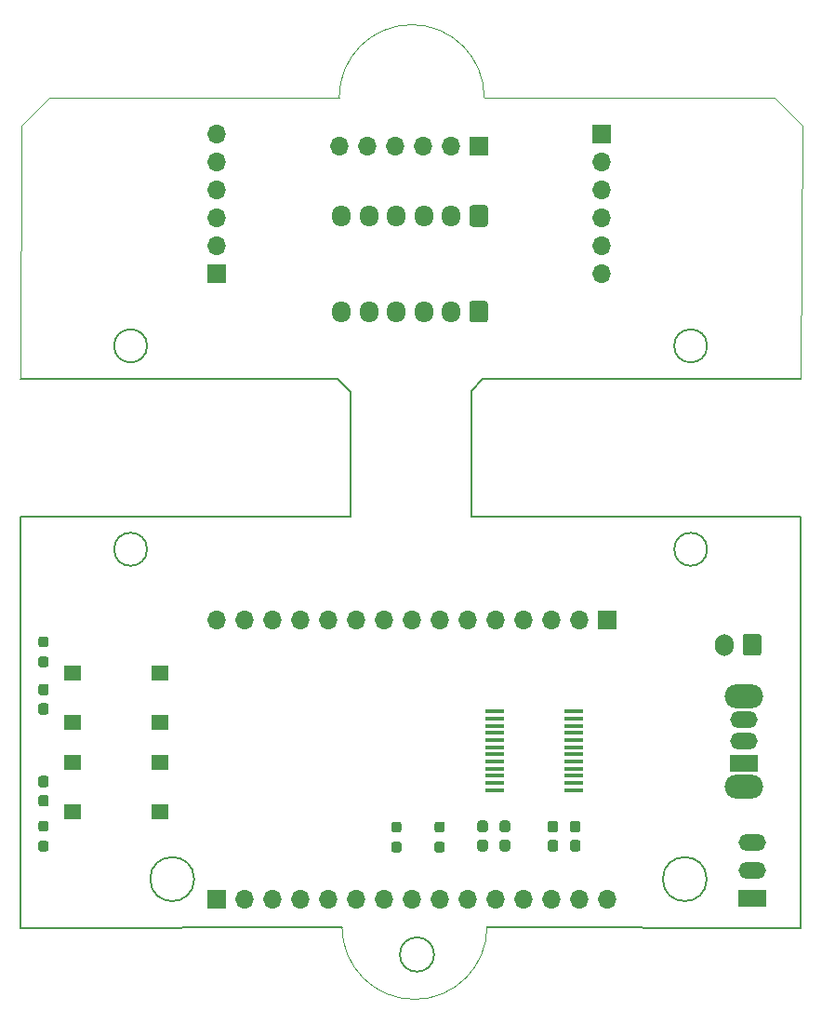
<source format=gbr>
G04 #@! TF.GenerationSoftware,KiCad,Pcbnew,5.1.10-88a1d61d58~90~ubuntu20.04.1*
G04 #@! TF.CreationDate,2021-09-26T11:40:27+02:00*
G04 #@! TF.ProjectId,micromouse_v2,6d696372-6f6d-46f7-9573-655f76322e6b,rev?*
G04 #@! TF.SameCoordinates,Original*
G04 #@! TF.FileFunction,Soldermask,Top*
G04 #@! TF.FilePolarity,Negative*
%FSLAX46Y46*%
G04 Gerber Fmt 4.6, Leading zero omitted, Abs format (unit mm)*
G04 Created by KiCad (PCBNEW 5.1.10-88a1d61d58~90~ubuntu20.04.1) date 2021-09-26 11:40:27*
%MOMM*%
%LPD*%
G01*
G04 APERTURE LIST*
G04 #@! TA.AperFunction,Profile*
%ADD10C,0.200000*%
G04 #@! TD*
G04 #@! TA.AperFunction,Profile*
%ADD11C,0.050000*%
G04 #@! TD*
%ADD12O,2.500000X1.500000*%
%ADD13R,2.500000X1.500000*%
%ADD14O,3.500000X2.200000*%
%ADD15R,1.600000X1.400000*%
%ADD16R,1.750000X0.450000*%
%ADD17R,1.700000X1.700000*%
%ADD18O,1.700000X1.700000*%
%ADD19O,1.700000X2.000000*%
%ADD20O,1.700000X1.950000*%
G04 APERTURE END LIST*
D10*
X149352063Y-130034000D02*
G75*
G03*
X149352063Y-130034000I-1556063J0D01*
G01*
X182714900Y-127596900D02*
X154178000Y-127508000D01*
D11*
X154178000Y-127508000D02*
G75*
G02*
X140970000Y-127508000I-6604000J0D01*
G01*
X140716000Y-52070000D02*
X114300000Y-52070000D01*
X140716000Y-52070000D02*
G75*
G02*
X153924000Y-52070000I6604000J0D01*
G01*
D10*
X152781000Y-78740000D02*
X153797000Y-77676000D01*
X140589000Y-77676000D02*
X141732000Y-78867000D01*
X152781000Y-78740000D02*
X152781000Y-90170000D01*
D11*
X180340000Y-52070000D02*
X153924000Y-52070000D01*
X182720000Y-77676000D02*
X182880000Y-54610000D01*
X111760000Y-54610000D02*
X111720000Y-77676000D01*
X180340000Y-52070000D02*
X182880000Y-54610000D01*
X111760000Y-54610000D02*
X114300000Y-52070000D01*
D10*
X111720000Y-77676000D02*
X140589000Y-77676000D01*
X141732000Y-90170000D02*
X111720000Y-90176000D01*
X111720000Y-90176000D02*
X111714900Y-127596900D01*
X182720000Y-90176000D02*
X182714900Y-127596900D01*
X123219999Y-93176000D02*
G75*
G03*
X123219999Y-93176000I-1499999J0D01*
G01*
X123219999Y-74676000D02*
G75*
G03*
X123219999Y-74676000I-1499999J0D01*
G01*
X141732000Y-78867000D02*
X141732000Y-90170000D01*
X182720000Y-77676000D02*
X153797000Y-77676000D01*
X152781000Y-90170000D02*
X182720000Y-90176000D01*
X140970000Y-127508000D02*
X111714900Y-127596900D01*
X174180000Y-123176000D02*
G75*
G03*
X174180000Y-123176000I-2000000J0D01*
G01*
X127508000Y-123176000D02*
G75*
G03*
X127508000Y-123176000I-2000000J0D01*
G01*
X174219999Y-93176000D02*
G75*
G03*
X174219999Y-93176000I-1499999J0D01*
G01*
X174219999Y-74676000D02*
G75*
G03*
X174219999Y-74676000I-1499999J0D01*
G01*
D12*
G04 #@! TO.C,SW4*
X178320700Y-119849900D03*
X178320700Y-122389900D03*
D13*
X178320700Y-124929900D03*
G04 #@! TD*
G04 #@! TO.C,SW3*
X177546000Y-112636300D03*
D12*
X177546000Y-110636300D03*
X177546000Y-108636300D03*
D14*
X177546000Y-114736300D03*
X177546000Y-106536300D03*
G04 #@! TD*
D15*
G04 #@! TO.C,SW1*
X116396000Y-117058000D03*
X124396000Y-117058000D03*
X116396000Y-112558000D03*
X124396000Y-112558000D03*
G04 #@! TD*
G04 #@! TO.C,R2*
G36*
G01*
X113554500Y-101112500D02*
X114029500Y-101112500D01*
G75*
G02*
X114267000Y-101350000I0J-237500D01*
G01*
X114267000Y-101850000D01*
G75*
G02*
X114029500Y-102087500I-237500J0D01*
G01*
X113554500Y-102087500D01*
G75*
G02*
X113317000Y-101850000I0J237500D01*
G01*
X113317000Y-101350000D01*
G75*
G02*
X113554500Y-101112500I237500J0D01*
G01*
G37*
G36*
G01*
X113554500Y-102937500D02*
X114029500Y-102937500D01*
G75*
G02*
X114267000Y-103175000I0J-237500D01*
G01*
X114267000Y-103675000D01*
G75*
G02*
X114029500Y-103912500I-237500J0D01*
G01*
X113554500Y-103912500D01*
G75*
G02*
X113317000Y-103675000I0J237500D01*
G01*
X113317000Y-103175000D01*
G75*
G02*
X113554500Y-102937500I237500J0D01*
G01*
G37*
G04 #@! TD*
G04 #@! TO.C,D2*
G36*
G01*
X114029500Y-108221000D02*
X113554500Y-108221000D01*
G75*
G02*
X113317000Y-107983500I0J237500D01*
G01*
X113317000Y-107408500D01*
G75*
G02*
X113554500Y-107171000I237500J0D01*
G01*
X114029500Y-107171000D01*
G75*
G02*
X114267000Y-107408500I0J-237500D01*
G01*
X114267000Y-107983500D01*
G75*
G02*
X114029500Y-108221000I-237500J0D01*
G01*
G37*
G36*
G01*
X114029500Y-106471000D02*
X113554500Y-106471000D01*
G75*
G02*
X113317000Y-106233500I0J237500D01*
G01*
X113317000Y-105658500D01*
G75*
G02*
X113554500Y-105421000I237500J0D01*
G01*
X114029500Y-105421000D01*
G75*
G02*
X114267000Y-105658500I0J-237500D01*
G01*
X114267000Y-106233500D01*
G75*
G02*
X114029500Y-106471000I-237500J0D01*
G01*
G37*
G04 #@! TD*
G04 #@! TO.C,C1*
G36*
G01*
X161966900Y-117877300D02*
X162441900Y-117877300D01*
G75*
G02*
X162679400Y-118114800I0J-237500D01*
G01*
X162679400Y-118714800D01*
G75*
G02*
X162441900Y-118952300I-237500J0D01*
G01*
X161966900Y-118952300D01*
G75*
G02*
X161729400Y-118714800I0J237500D01*
G01*
X161729400Y-118114800D01*
G75*
G02*
X161966900Y-117877300I237500J0D01*
G01*
G37*
G36*
G01*
X161966900Y-119602300D02*
X162441900Y-119602300D01*
G75*
G02*
X162679400Y-119839800I0J-237500D01*
G01*
X162679400Y-120439800D01*
G75*
G02*
X162441900Y-120677300I-237500J0D01*
G01*
X161966900Y-120677300D01*
G75*
G02*
X161729400Y-120439800I0J237500D01*
G01*
X161729400Y-119839800D01*
G75*
G02*
X161966900Y-119602300I237500J0D01*
G01*
G37*
G04 #@! TD*
D16*
G04 #@! TO.C,U1*
X162096000Y-115081000D03*
X162096000Y-114431000D03*
X162096000Y-113781000D03*
X162096000Y-113131000D03*
X162096000Y-112481000D03*
X162096000Y-111831000D03*
X162096000Y-111181000D03*
X162096000Y-110531000D03*
X162096000Y-109881000D03*
X162096000Y-109231000D03*
X162096000Y-108581000D03*
X162096000Y-107931000D03*
X154896000Y-107931000D03*
X154896000Y-108581000D03*
X154896000Y-109231000D03*
X154896000Y-109881000D03*
X154896000Y-110531000D03*
X154896000Y-111181000D03*
X154896000Y-111831000D03*
X154896000Y-112481000D03*
X154896000Y-113131000D03*
X154896000Y-113781000D03*
X154896000Y-114431000D03*
X154896000Y-115081000D03*
G04 #@! TD*
G04 #@! TO.C,C4*
G36*
G01*
X154009100Y-118926900D02*
X153534100Y-118926900D01*
G75*
G02*
X153296600Y-118689400I0J237500D01*
G01*
X153296600Y-118089400D01*
G75*
G02*
X153534100Y-117851900I237500J0D01*
G01*
X154009100Y-117851900D01*
G75*
G02*
X154246600Y-118089400I0J-237500D01*
G01*
X154246600Y-118689400D01*
G75*
G02*
X154009100Y-118926900I-237500J0D01*
G01*
G37*
G36*
G01*
X154009100Y-120651900D02*
X153534100Y-120651900D01*
G75*
G02*
X153296600Y-120414400I0J237500D01*
G01*
X153296600Y-119814400D01*
G75*
G02*
X153534100Y-119576900I237500J0D01*
G01*
X154009100Y-119576900D01*
G75*
G02*
X154246600Y-119814400I0J-237500D01*
G01*
X154246600Y-120414400D01*
G75*
G02*
X154009100Y-120651900I-237500J0D01*
G01*
G37*
G04 #@! TD*
G04 #@! TO.C,C3*
G36*
G01*
X155566100Y-117851900D02*
X156041100Y-117851900D01*
G75*
G02*
X156278600Y-118089400I0J-237500D01*
G01*
X156278600Y-118689400D01*
G75*
G02*
X156041100Y-118926900I-237500J0D01*
G01*
X155566100Y-118926900D01*
G75*
G02*
X155328600Y-118689400I0J237500D01*
G01*
X155328600Y-118089400D01*
G75*
G02*
X155566100Y-117851900I237500J0D01*
G01*
G37*
G36*
G01*
X155566100Y-119576900D02*
X156041100Y-119576900D01*
G75*
G02*
X156278600Y-119814400I0J-237500D01*
G01*
X156278600Y-120414400D01*
G75*
G02*
X156041100Y-120651900I-237500J0D01*
G01*
X155566100Y-120651900D01*
G75*
G02*
X155328600Y-120414400I0J237500D01*
G01*
X155328600Y-119814400D01*
G75*
G02*
X155566100Y-119576900I237500J0D01*
G01*
G37*
G04 #@! TD*
G04 #@! TO.C,C2*
G36*
G01*
X160409900Y-118952300D02*
X159934900Y-118952300D01*
G75*
G02*
X159697400Y-118714800I0J237500D01*
G01*
X159697400Y-118114800D01*
G75*
G02*
X159934900Y-117877300I237500J0D01*
G01*
X160409900Y-117877300D01*
G75*
G02*
X160647400Y-118114800I0J-237500D01*
G01*
X160647400Y-118714800D01*
G75*
G02*
X160409900Y-118952300I-237500J0D01*
G01*
G37*
G36*
G01*
X160409900Y-120677300D02*
X159934900Y-120677300D01*
G75*
G02*
X159697400Y-120439800I0J237500D01*
G01*
X159697400Y-119839800D01*
G75*
G02*
X159934900Y-119602300I237500J0D01*
G01*
X160409900Y-119602300D01*
G75*
G02*
X160647400Y-119839800I0J-237500D01*
G01*
X160647400Y-120439800D01*
G75*
G02*
X160409900Y-120677300I-237500J0D01*
G01*
G37*
G04 #@! TD*
G04 #@! TO.C,D1*
G36*
G01*
X113554500Y-115525000D02*
X114029500Y-115525000D01*
G75*
G02*
X114267000Y-115762500I0J-237500D01*
G01*
X114267000Y-116337500D01*
G75*
G02*
X114029500Y-116575000I-237500J0D01*
G01*
X113554500Y-116575000D01*
G75*
G02*
X113317000Y-116337500I0J237500D01*
G01*
X113317000Y-115762500D01*
G75*
G02*
X113554500Y-115525000I237500J0D01*
G01*
G37*
G36*
G01*
X113554500Y-113775000D02*
X114029500Y-113775000D01*
G75*
G02*
X114267000Y-114012500I0J-237500D01*
G01*
X114267000Y-114587500D01*
G75*
G02*
X114029500Y-114825000I-237500J0D01*
G01*
X113554500Y-114825000D01*
G75*
G02*
X113317000Y-114587500I0J237500D01*
G01*
X113317000Y-114012500D01*
G75*
G02*
X113554500Y-113775000I237500J0D01*
G01*
G37*
G04 #@! TD*
D17*
G04 #@! TO.C,J1*
X129540000Y-68072000D03*
D18*
X129540000Y-65532000D03*
X129540000Y-62992000D03*
X129540000Y-60452000D03*
X129540000Y-57912000D03*
X129540000Y-55372000D03*
G04 #@! TD*
G04 #@! TO.C,J2*
X140716000Y-56515000D03*
X143256000Y-56515000D03*
X145796000Y-56515000D03*
X148336000Y-56515000D03*
X150876000Y-56515000D03*
D17*
X153416000Y-56515000D03*
G04 #@! TD*
G04 #@! TO.C,J3*
X164592000Y-55372000D03*
D18*
X164592000Y-57912000D03*
X164592000Y-60452000D03*
X164592000Y-62992000D03*
X164592000Y-65532000D03*
X164592000Y-68072000D03*
G04 #@! TD*
G04 #@! TO.C,JBATT1*
G36*
G01*
X179158000Y-101116700D02*
X179158000Y-102616700D01*
G75*
G02*
X178908000Y-102866700I-250000J0D01*
G01*
X177708000Y-102866700D01*
G75*
G02*
X177458000Y-102616700I0J250000D01*
G01*
X177458000Y-101116700D01*
G75*
G02*
X177708000Y-100866700I250000J0D01*
G01*
X178908000Y-100866700D01*
G75*
G02*
X179158000Y-101116700I0J-250000D01*
G01*
G37*
D19*
X175808000Y-101866700D03*
G04 #@! TD*
D17*
G04 #@! TO.C,JLEFT1*
X129540000Y-124968000D03*
D18*
X132080000Y-124968000D03*
X134620000Y-124968000D03*
X137160000Y-124968000D03*
X139700000Y-124968000D03*
X142240000Y-124968000D03*
X144780000Y-124968000D03*
X147320000Y-124968000D03*
X149860000Y-124968000D03*
X152400000Y-124968000D03*
X154940000Y-124968000D03*
X157480000Y-124968000D03*
X160020000Y-124968000D03*
X162560000Y-124968000D03*
X165100000Y-124968000D03*
G04 #@! TD*
G04 #@! TO.C,JRIGHT1*
X129540000Y-99568000D03*
X132080000Y-99568000D03*
X134620000Y-99568000D03*
X137160000Y-99568000D03*
X139700000Y-99568000D03*
X142240000Y-99568000D03*
X144780000Y-99568000D03*
X147320000Y-99568000D03*
X149860000Y-99568000D03*
X152400000Y-99568000D03*
X154940000Y-99568000D03*
X157480000Y-99568000D03*
X160020000Y-99568000D03*
X162560000Y-99568000D03*
D17*
X165100000Y-99568000D03*
G04 #@! TD*
G04 #@! TO.C,R4*
G36*
G01*
X146160500Y-118931500D02*
X145685500Y-118931500D01*
G75*
G02*
X145448000Y-118694000I0J237500D01*
G01*
X145448000Y-118194000D01*
G75*
G02*
X145685500Y-117956500I237500J0D01*
G01*
X146160500Y-117956500D01*
G75*
G02*
X146398000Y-118194000I0J-237500D01*
G01*
X146398000Y-118694000D01*
G75*
G02*
X146160500Y-118931500I-237500J0D01*
G01*
G37*
G36*
G01*
X146160500Y-120756500D02*
X145685500Y-120756500D01*
G75*
G02*
X145448000Y-120519000I0J237500D01*
G01*
X145448000Y-120019000D01*
G75*
G02*
X145685500Y-119781500I237500J0D01*
G01*
X146160500Y-119781500D01*
G75*
G02*
X146398000Y-120019000I0J-237500D01*
G01*
X146398000Y-120519000D01*
G75*
G02*
X146160500Y-120756500I-237500J0D01*
G01*
G37*
G04 #@! TD*
G04 #@! TO.C,R3*
G36*
G01*
X149622500Y-117956500D02*
X150097500Y-117956500D01*
G75*
G02*
X150335000Y-118194000I0J-237500D01*
G01*
X150335000Y-118694000D01*
G75*
G02*
X150097500Y-118931500I-237500J0D01*
G01*
X149622500Y-118931500D01*
G75*
G02*
X149385000Y-118694000I0J237500D01*
G01*
X149385000Y-118194000D01*
G75*
G02*
X149622500Y-117956500I237500J0D01*
G01*
G37*
G36*
G01*
X149622500Y-119781500D02*
X150097500Y-119781500D01*
G75*
G02*
X150335000Y-120019000I0J-237500D01*
G01*
X150335000Y-120519000D01*
G75*
G02*
X150097500Y-120756500I-237500J0D01*
G01*
X149622500Y-120756500D01*
G75*
G02*
X149385000Y-120519000I0J237500D01*
G01*
X149385000Y-120019000D01*
G75*
G02*
X149622500Y-119781500I237500J0D01*
G01*
G37*
G04 #@! TD*
G04 #@! TO.C,R1*
G36*
G01*
X114029500Y-118851500D02*
X113554500Y-118851500D01*
G75*
G02*
X113317000Y-118614000I0J237500D01*
G01*
X113317000Y-118114000D01*
G75*
G02*
X113554500Y-117876500I237500J0D01*
G01*
X114029500Y-117876500D01*
G75*
G02*
X114267000Y-118114000I0J-237500D01*
G01*
X114267000Y-118614000D01*
G75*
G02*
X114029500Y-118851500I-237500J0D01*
G01*
G37*
G36*
G01*
X114029500Y-120676500D02*
X113554500Y-120676500D01*
G75*
G02*
X113317000Y-120439000I0J237500D01*
G01*
X113317000Y-119939000D01*
G75*
G02*
X113554500Y-119701500I237500J0D01*
G01*
X114029500Y-119701500D01*
G75*
G02*
X114267000Y-119939000I0J-237500D01*
G01*
X114267000Y-120439000D01*
G75*
G02*
X114029500Y-120676500I-237500J0D01*
G01*
G37*
G04 #@! TD*
D15*
G04 #@! TO.C,SW2*
X116396000Y-108930000D03*
X124396000Y-108930000D03*
X116396000Y-104430000D03*
X124396000Y-104430000D03*
G04 #@! TD*
G04 #@! TO.C,JMLEFT1*
G36*
G01*
X154266000Y-62140000D02*
X154266000Y-63590000D01*
G75*
G02*
X154016000Y-63840000I-250000J0D01*
G01*
X152816000Y-63840000D01*
G75*
G02*
X152566000Y-63590000I0J250000D01*
G01*
X152566000Y-62140000D01*
G75*
G02*
X152816000Y-61890000I250000J0D01*
G01*
X154016000Y-61890000D01*
G75*
G02*
X154266000Y-62140000I0J-250000D01*
G01*
G37*
D20*
X150916000Y-62865000D03*
X148416000Y-62865000D03*
X145916000Y-62865000D03*
X143416000Y-62865000D03*
X140916000Y-62865000D03*
G04 #@! TD*
G04 #@! TO.C,JMRIGHT1*
X140916000Y-71577200D03*
X143416000Y-71577200D03*
X145916000Y-71577200D03*
X148416000Y-71577200D03*
X150916000Y-71577200D03*
G36*
G01*
X154266000Y-70852200D02*
X154266000Y-72302200D01*
G75*
G02*
X154016000Y-72552200I-250000J0D01*
G01*
X152816000Y-72552200D01*
G75*
G02*
X152566000Y-72302200I0J250000D01*
G01*
X152566000Y-70852200D01*
G75*
G02*
X152816000Y-70602200I250000J0D01*
G01*
X154016000Y-70602200D01*
G75*
G02*
X154266000Y-70852200I0J-250000D01*
G01*
G37*
G04 #@! TD*
M02*

</source>
